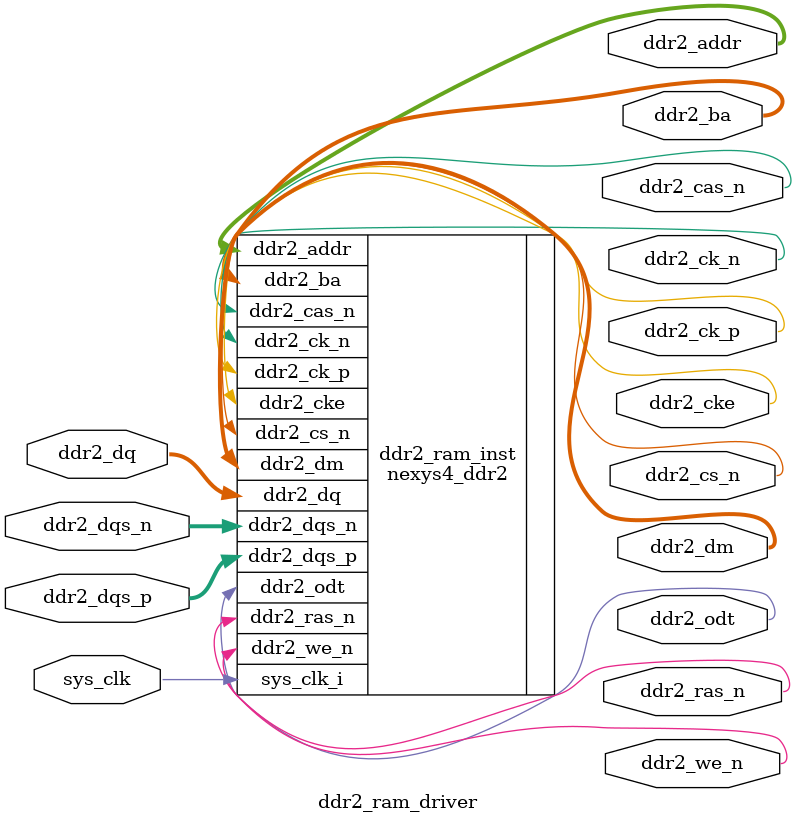
<source format=v>
module video_cache_ram_driver #(
	parameter RAM_SIZE = VIDEO_CACHE_RAM_SIZE,
	parameter READ_LATENCY = VIDEO_CACHE_RAM_LATENCY) (
	input clk, rst,
	input readclk, input [clog2(RAM_SIZE)-1:0] raddr,
	input we, input [clog2(RAM_SIZE)-1:0] waddr,
	input [COLOR_LEN-1:0] win,
	output outclk, output [COLOR_LEN-1:0] out
	);

`include "params.vh"

delay #(.DELAY_LEN(READ_LATENCY)) delay_inst(
	.clk(clk), .rst(rst), .in(readclk), .out(outclk));
video_cache_ram video_cache_ram_inst(
	.clka(clk), .wea(we),
	.addra(waddr), .dina(win),
	.clkb(clk), .addrb(raddr), .doutb(out));

endmodule

module packet_synth_rom_driver #(
	parameter RAM_SIZE = PACKET_SYNTH_ROM_SIZE,
	parameter READ_LATENCY = PACKET_SYNTH_ROM_LATENCY) (
	input clk, rst,
	input readclk, input [clog2(RAM_SIZE)-1:0] raddr,
	output outclk, output [BYTE_LEN-1:0] out
	);

`include "params.vh"

delay #(.DELAY_LEN(READ_LATENCY)) delay_inst(
	.clk(clk), .rst(rst), .in(readclk), .out(outclk));
packet_synth_rom packet_synth_rom_inst(
	.clka(clk),
	.addra(raddr), .douta(out));

endmodule

module packet_buffer_ram_driver #(
	parameter RAM_SIZE = PACKET_BUFFER_SIZE,
	parameter READ_LATENCY = PACKET_BUFFER_READ_LATENCY) (
	input clk, rst,
	input readclk, input [clog2(RAM_SIZE)-1:0] raddr,
	input we, input [clog2(RAM_SIZE)-1:0] waddr,
	input [BYTE_LEN-1:0] win,
	output outclk, output [BYTE_LEN-1:0] out
	);

`include "params.vh"

delay #(.DELAY_LEN(READ_LATENCY)) delay_inst(
	.clk(clk), .rst(rst), .in(readclk), .out(outclk));
packet_buffer_ram packet_buffer_ram_inst(
	.clka(clk), .wea(we),
	.addra(waddr), .dina(win),
	.clkb(clk), .addrb(raddr), .doutb(out));

endmodule

module ddr2_ram_driver(
	input sys_clk,
	inout [15:0] ddr2_dq, inout [1:0] ddr2_dqs_n, ddr2_dqs_p,
	output [12:0] ddr2_addr, output[2:0] ddr2_ba,
	output ddr2_ras_n, ddr2_cas_n, ddr2_we_n,
	output [0:0] ddr2_ck_p, ddr2_ck_n, ddr2_cke, ddr2_cs_n,
	output [1:0] ddr2_dm, output [0:0] ddr2_odt);

nexys4_ddr2 ddr2_ram_inst(
	.ddr2_dq(ddr2_dq), .ddr2_dqs_n(ddr2_dqs_n), .ddr2_dqs_p(ddr2_dqs_p),
	.ddr2_addr(ddr2_addr), .ddr2_ba(ddr2_ba),
	.ddr2_ras_n(ddr2_ras_n), .ddr2_cas_n(ddr2_cas_n),
	.ddr2_we_n(ddr2_we_n), .ddr2_ck_p(ddr2_ck_p), .ddr2_ck_n(ddr2_ck_n),
	.ddr2_cke(ddr2_cke), .ddr2_cs_n(ddr2_cs_n),
	.ddr2_dm(ddr2_dm), .ddr2_odt(ddr2_odt), .sys_clk_i(sys_clk));

endmodule

</source>
